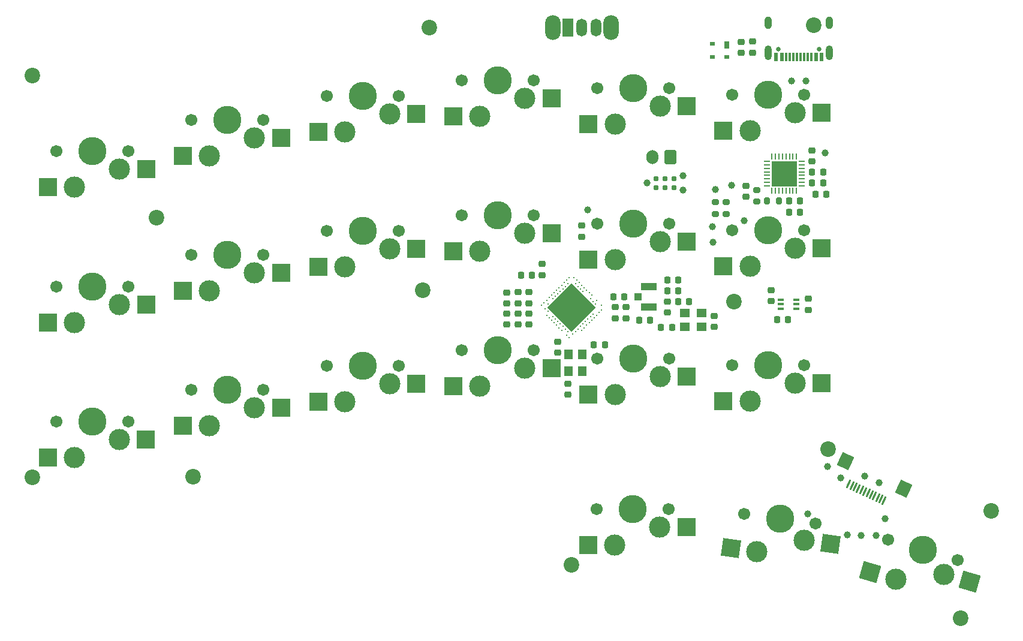
<source format=gbs>
%TF.GenerationSoftware,KiCad,Pcbnew,7.99.0-1450-gc37332bdb3*%
%TF.CreationDate,2023-08-19T12:21:20+01:00*%
%TF.ProjectId,benboard,62656e62-6f61-4726-942e-6b696361645f,rev?*%
%TF.SameCoordinates,Original*%
%TF.FileFunction,Soldermask,Bot*%
%TF.FilePolarity,Negative*%
%FSLAX46Y46*%
G04 Gerber Fmt 4.6, Leading zero omitted, Abs format (unit mm)*
G04 Created by KiCad (PCBNEW 7.99.0-1450-gc37332bdb3) date 2023-08-19 12:21:20*
%MOMM*%
%LPD*%
G01*
G04 APERTURE LIST*
G04 Aperture macros list*
%AMRoundRect*
0 Rectangle with rounded corners*
0 $1 Rounding radius*
0 $2 $3 $4 $5 $6 $7 $8 $9 X,Y pos of 4 corners*
0 Add a 4 corners polygon primitive as box body*
4,1,4,$2,$3,$4,$5,$6,$7,$8,$9,$2,$3,0*
0 Add four circle primitives for the rounded corners*
1,1,$1+$1,$2,$3*
1,1,$1+$1,$4,$5*
1,1,$1+$1,$6,$7*
1,1,$1+$1,$8,$9*
0 Add four rect primitives between the rounded corners*
20,1,$1+$1,$2,$3,$4,$5,0*
20,1,$1+$1,$4,$5,$6,$7,0*
20,1,$1+$1,$6,$7,$8,$9,0*
20,1,$1+$1,$8,$9,$2,$3,0*%
%AMRotRect*
0 Rectangle, with rotation*
0 The origin of the aperture is its center*
0 $1 length*
0 $2 width*
0 $3 Rotation angle, in degrees counterclockwise*
0 Add horizontal line*
21,1,$1,$2,0,0,$3*%
G04 Aperture macros list end*
%ADD10RoundRect,0.250000X0.600000X0.750000X-0.600000X0.750000X-0.600000X-0.750000X0.600000X-0.750000X0*%
%ADD11O,1.700000X2.000000*%
%ADD12C,2.200000*%
%ADD13O,2.200000X3.500000*%
%ADD14R,1.500000X2.500000*%
%ADD15O,1.500000X2.500000*%
%ADD16C,1.000000*%
%ADD17RoundRect,0.200000X0.275000X-0.200000X0.275000X0.200000X-0.275000X0.200000X-0.275000X-0.200000X0*%
%ADD18C,1.701800*%
%ADD19C,3.000000*%
%ADD20C,3.987800*%
%ADD21R,2.550000X2.500000*%
%ADD22RotRect,2.550000X2.500000X164.000000*%
%ADD23RotRect,2.550000X2.500000X172.000000*%
%ADD24RoundRect,0.225000X-0.250000X0.225000X-0.250000X-0.225000X0.250000X-0.225000X0.250000X0.225000X0*%
%ADD25C,0.990600*%
%ADD26C,0.787400*%
%ADD27RoundRect,0.225000X-0.225000X-0.250000X0.225000X-0.250000X0.225000X0.250000X-0.225000X0.250000X0*%
%ADD28RoundRect,0.225000X0.225000X0.250000X-0.225000X0.250000X-0.225000X-0.250000X0.225000X-0.250000X0*%
%ADD29RoundRect,0.225000X0.250000X-0.225000X0.250000X0.225000X-0.250000X0.225000X-0.250000X-0.225000X0*%
%ADD30RotRect,0.280000X1.250000X335.013000*%
%ADD31RotRect,1.800000X2.000000X335.013000*%
%ADD32RoundRect,0.218750X0.218750X0.256250X-0.218750X0.256250X-0.218750X-0.256250X0.218750X-0.256250X0*%
%ADD33R,0.900000X0.400000*%
%ADD34RoundRect,0.218750X-0.256250X0.218750X-0.256250X-0.218750X0.256250X-0.218750X0.256250X0.218750X0*%
%ADD35C,0.650000*%
%ADD36R,0.600000X1.240000*%
%ADD37R,0.300000X1.240000*%
%ADD38O,1.000000X1.800000*%
%ADD39O,1.000000X2.100000*%
%ADD40R,1.200000X1.400000*%
%ADD41R,0.700000X1.000000*%
%ADD42R,0.700000X0.600000*%
%ADD43R,1.400000X1.200000*%
%ADD44R,1.050000X1.000000*%
%ADD45R,2.200000X1.050000*%
%ADD46RoundRect,0.218750X-0.218750X-0.256250X0.218750X-0.256250X0.218750X0.256250X-0.218750X0.256250X0*%
%ADD47RoundRect,0.062500X0.337500X0.062500X-0.337500X0.062500X-0.337500X-0.062500X0.337500X-0.062500X0*%
%ADD48RoundRect,0.062500X0.062500X0.337500X-0.062500X0.337500X-0.062500X-0.337500X0.062500X-0.337500X0*%
%ADD49R,3.600000X3.600000*%
%ADD50RoundRect,0.200000X-0.275000X0.200000X-0.275000X-0.200000X0.275000X-0.200000X0.275000X0.200000X0*%
%ADD51C,0.250000*%
%ADD52RotRect,4.850000X4.850000X225.000000*%
%ADD53RoundRect,0.200000X0.200000X0.275000X-0.200000X0.275000X-0.200000X-0.275000X0.200000X-0.275000X0*%
G04 APERTURE END LIST*
D10*
%TO.C,J4*%
X154330000Y-63750000D03*
D11*
X151830000Y-63750000D03*
%TD*%
D12*
%TO.C,REF\u002A\u002A*%
X176630000Y-104990000D03*
%TD*%
%TO.C,REF\u002A\u002A*%
X119380000Y-82550000D03*
%TD*%
%TO.C,REF\u002A\u002A*%
X163290000Y-84130000D03*
%TD*%
%TO.C,REF\u002A\u002A*%
X81810000Y-72320000D03*
%TD*%
%TO.C,REF\u002A\u002A*%
X174600000Y-45100000D03*
%TD*%
%TO.C,REF\u002A\u002A*%
X120300000Y-45420000D03*
%TD*%
%TO.C,REF\u002A\u002A*%
X195360000Y-128810000D03*
%TD*%
%TO.C,REF\u002A\u002A*%
X199610000Y-113660000D03*
%TD*%
%TO.C,REF\u002A\u002A*%
X140410000Y-121320000D03*
%TD*%
%TO.C,REF\u002A\u002A*%
X64270000Y-108960000D03*
%TD*%
%TO.C,REF\u002A\u002A*%
X86960000Y-108860000D03*
%TD*%
%TO.C,REF\u002A\u002A*%
X64230000Y-52230000D03*
%TD*%
D13*
%TO.C,SW22*%
X137750000Y-45440000D03*
X145950000Y-45440000D03*
D14*
X139850000Y-45440000D03*
D15*
X141850000Y-45440000D03*
X143850000Y-45440000D03*
%TD*%
D16*
%TO.C,TP18*%
X184620000Y-114770000D03*
%TD*%
%TO.C,TP17*%
X171420000Y-52990000D03*
%TD*%
%TO.C,TP16*%
X173500000Y-52970000D03*
%TD*%
%TO.C,TP15*%
X164790000Y-72720000D03*
%TD*%
%TO.C,TP14*%
X162960000Y-67760000D03*
%TD*%
%TO.C,TP13*%
X176150000Y-63160000D03*
%TD*%
%TO.C,TP12*%
X160700000Y-68340000D03*
%TD*%
%TO.C,TP11*%
X142670000Y-71150000D03*
%TD*%
%TO.C,TP10*%
X160350000Y-75750000D03*
%TD*%
%TO.C,TP9*%
X160300000Y-73580000D03*
%TD*%
%TO.C,TP8*%
X183350000Y-117140000D03*
%TD*%
%TO.C,TP7*%
X173740000Y-114140000D03*
%TD*%
%TO.C,TP6*%
X181790000Y-108820000D03*
%TD*%
%TO.C,TP5*%
X178420000Y-109060000D03*
%TD*%
%TO.C,TP4*%
X181310000Y-117190000D03*
%TD*%
%TO.C,TP3*%
X176570000Y-107420000D03*
%TD*%
%TO.C,TP2*%
X179300000Y-117100000D03*
%TD*%
%TO.C,TP1*%
X183850000Y-109690000D03*
%TD*%
D17*
%TO.C,R4*%
X162230000Y-71775000D03*
X162230000Y-70125000D03*
%TD*%
%TO.C,R3*%
X160700000Y-71765000D03*
X160700000Y-70115000D03*
%TD*%
D18*
%TO.C,SW16*%
X173201483Y-54964220D03*
D19*
X171931483Y-57504220D03*
D20*
X168121483Y-54964220D03*
D19*
X165581483Y-60044220D03*
D18*
X163041483Y-54964220D03*
D21*
X161831483Y-60044220D03*
X175681483Y-57504220D03*
%TD*%
D18*
%TO.C,SW6*%
X96880000Y-96600000D03*
D19*
X95610000Y-99140000D03*
D20*
X91800000Y-96600000D03*
D19*
X89260000Y-101680000D03*
D18*
X86720000Y-96600000D03*
D21*
X85510000Y-101680000D03*
X99360000Y-99140000D03*
%TD*%
D18*
%TO.C,SW8*%
X115998494Y-74184805D03*
D19*
X114728494Y-76724805D03*
D20*
X110918494Y-74184805D03*
D19*
X108378494Y-79264805D03*
D18*
X105838494Y-74184805D03*
D21*
X104628494Y-79264805D03*
X118478494Y-76724805D03*
%TD*%
D18*
%TO.C,SW5*%
X96879895Y-77541207D03*
D19*
X95609895Y-80081207D03*
D20*
X91799895Y-77541207D03*
D19*
X89259895Y-82621207D03*
D18*
X86719895Y-77541207D03*
D21*
X85509895Y-82621207D03*
X99359895Y-80081207D03*
%TD*%
D18*
%TO.C,SW18*%
X173196830Y-93114347D03*
D19*
X171926830Y-95654347D03*
D20*
X168116830Y-93114347D03*
D19*
X165576830Y-98194347D03*
D18*
X163036830Y-93114347D03*
D21*
X161826830Y-98194347D03*
X175676830Y-95654347D03*
%TD*%
D18*
%TO.C,SW10*%
X135069237Y-52890911D03*
D19*
X133799237Y-55430911D03*
D20*
X129989237Y-52890911D03*
D19*
X127449237Y-57970911D03*
D18*
X124909237Y-52890911D03*
D21*
X123699237Y-57970911D03*
X137549237Y-55430911D03*
%TD*%
D18*
%TO.C,SW4*%
X96884653Y-58449873D03*
D19*
X95614653Y-60989873D03*
D20*
X91804653Y-58449873D03*
D19*
X89264653Y-63529873D03*
D18*
X86724653Y-58449873D03*
D21*
X85514653Y-63529873D03*
X99364653Y-60989873D03*
%TD*%
D18*
%TO.C,SW14*%
X154137663Y-73100569D03*
D19*
X152867663Y-75640569D03*
D20*
X149057663Y-73100569D03*
D19*
X146517663Y-78180569D03*
D18*
X143977663Y-73100569D03*
D21*
X142767663Y-78180569D03*
X156617663Y-75640569D03*
%TD*%
D18*
%TO.C,SW9*%
X115998599Y-93243598D03*
D19*
X114728599Y-95783598D03*
D20*
X110918599Y-93243598D03*
D19*
X108378599Y-98323598D03*
D18*
X105838599Y-93243598D03*
D21*
X104628599Y-98323598D03*
X118478599Y-95783598D03*
%TD*%
D18*
%TO.C,SW7*%
X116003252Y-55093471D03*
D19*
X114733252Y-57633471D03*
D20*
X110923252Y-55093471D03*
D19*
X108383252Y-60173471D03*
D18*
X105843252Y-55093471D03*
D21*
X104633252Y-60173471D03*
X118483252Y-57633471D03*
%TD*%
D18*
%TO.C,SW11*%
X135070000Y-71982245D03*
D19*
X133800000Y-74522245D03*
D20*
X129990000Y-71982245D03*
D19*
X127450000Y-77062245D03*
D18*
X124910000Y-71982245D03*
D21*
X123700000Y-77062245D03*
X137550000Y-74522245D03*
%TD*%
D18*
%TO.C,SW19*%
X154115000Y-113400000D03*
D19*
X152845000Y-115940000D03*
D20*
X149035000Y-113400000D03*
D19*
X146495000Y-118480000D03*
D18*
X143955000Y-113400000D03*
D21*
X142745000Y-118480000D03*
X156595000Y-115940000D03*
%TD*%
D18*
%TO.C,SW2*%
X77845000Y-82000000D03*
D19*
X76575000Y-84540000D03*
D20*
X72765000Y-82000000D03*
D19*
X70225000Y-87080000D03*
D18*
X67685000Y-82000000D03*
D21*
X66475000Y-87080000D03*
X80325000Y-84540000D03*
%TD*%
D18*
%TO.C,SW15*%
X154137731Y-92151836D03*
D19*
X152867731Y-94691836D03*
D20*
X149057731Y-92151836D03*
D19*
X146517731Y-97231836D03*
D18*
X143977731Y-92151836D03*
D21*
X142767731Y-97231836D03*
X156617731Y-94691836D03*
%TD*%
D18*
%TO.C,SW21*%
X194883208Y-120600237D03*
D19*
X192962287Y-122691782D03*
D20*
X189999999Y-119199999D03*
D19*
X186158157Y-123383090D03*
D18*
X185116790Y-117799761D03*
D22*
X182553425Y-122349449D03*
X196567019Y-123725422D03*
%TD*%
D18*
%TO.C,SW1*%
X77835000Y-62860000D03*
D19*
X76565000Y-65400000D03*
D20*
X72755000Y-62860000D03*
D19*
X70215000Y-67940000D03*
D18*
X67675000Y-62860000D03*
D21*
X66465000Y-67940000D03*
X80315000Y-65400000D03*
%TD*%
D18*
%TO.C,SW20*%
X174830562Y-115506999D03*
D19*
X173219422Y-117845530D03*
D20*
X169800000Y-114800000D03*
D19*
X166577720Y-119477062D03*
D18*
X164769438Y-114093001D03*
D23*
X162864214Y-118955163D03*
X176932927Y-118367430D03*
%TD*%
D18*
%TO.C,SW3*%
X77800000Y-101060000D03*
D19*
X76530000Y-103600000D03*
D20*
X72720000Y-101060000D03*
D19*
X70180000Y-106140000D03*
D18*
X67640000Y-101060000D03*
D21*
X66430000Y-106140000D03*
X80280000Y-103600000D03*
%TD*%
D18*
%TO.C,SW12*%
X135064584Y-91041038D03*
D19*
X133794584Y-93581038D03*
D20*
X129984584Y-91041038D03*
D19*
X127444584Y-96121038D03*
D18*
X124904584Y-91041038D03*
D21*
X123694584Y-96121038D03*
X137544584Y-93581038D03*
%TD*%
D18*
%TO.C,SW13*%
X154142421Y-54009235D03*
D19*
X152872421Y-56549235D03*
D20*
X149062421Y-54009235D03*
D19*
X146522421Y-59089235D03*
D18*
X143982421Y-54009235D03*
D21*
X142772421Y-59089235D03*
X156622421Y-56549235D03*
%TD*%
D18*
%TO.C,SW17*%
X173196725Y-74055554D03*
D19*
X171926725Y-76595554D03*
D20*
X168116725Y-74055554D03*
D19*
X165576725Y-79135554D03*
D18*
X163036725Y-74055554D03*
D21*
X161826725Y-79135554D03*
X175676725Y-76595554D03*
%TD*%
D24*
%TO.C,C21*%
X146530000Y-84935000D03*
X146530000Y-86485000D03*
%TD*%
D25*
%TO.C,J3*%
X151030000Y-67400000D03*
X156110000Y-66384000D03*
X156110000Y-68416000D03*
D26*
X152300000Y-66765000D03*
X152300000Y-68035000D03*
X153570000Y-66765000D03*
X153570000Y-68035000D03*
X154840000Y-66765000D03*
X154840000Y-68035000D03*
%TD*%
D27*
%TO.C,C26*%
X171095000Y-69960000D03*
X172645000Y-69960000D03*
%TD*%
D28*
%TO.C,C19*%
X170975000Y-86700000D03*
X169425000Y-86700000D03*
%TD*%
D29*
%TO.C,C10*%
X132800000Y-84375000D03*
X132800000Y-82825000D03*
%TD*%
D24*
%TO.C,C1*%
X136270000Y-78835000D03*
X136270000Y-80385000D03*
%TD*%
D30*
%TO.C,J2*%
X179526513Y-109905616D03*
X179979715Y-110116822D03*
X180432917Y-110328029D03*
X180886119Y-110539235D03*
X181339320Y-110750441D03*
X181792522Y-110961647D03*
X182245724Y-111172854D03*
X182698926Y-111384060D03*
X183152128Y-111595266D03*
X183605329Y-111806473D03*
X184058531Y-112017679D03*
X184511733Y-112228885D03*
D31*
X187293912Y-110520184D03*
X179045638Y-106676230D03*
%TD*%
D32*
%TO.C,L7*%
X175907500Y-67370000D03*
X174332500Y-67370000D03*
%TD*%
D27*
%TO.C,C2*%
X171085000Y-71510000D03*
X172635000Y-71510000D03*
%TD*%
D29*
%TO.C,C20*%
X174370000Y-64335000D03*
X174370000Y-62785000D03*
%TD*%
D27*
%TO.C,C7*%
X149925000Y-86800000D03*
X151475000Y-86800000D03*
%TD*%
D32*
%TO.C,L6*%
X175907500Y-65840000D03*
X174332500Y-65840000D03*
%TD*%
D27*
%TO.C,C16*%
X153015000Y-87800000D03*
X154565000Y-87800000D03*
%TD*%
D33*
%TO.C,U2*%
X172160000Y-83850000D03*
X172160000Y-84500000D03*
X172160000Y-85150000D03*
X169960000Y-85150000D03*
X169960000Y-84500000D03*
X169960000Y-83850000D03*
%TD*%
D29*
%TO.C,C22*%
X139886827Y-97301166D03*
X139886827Y-95751166D03*
%TD*%
D34*
%TO.C,L5*%
X168590000Y-82502500D03*
X168590000Y-84077500D03*
%TD*%
D24*
%TO.C,C14*%
X148040000Y-84935000D03*
X148040000Y-86485000D03*
%TD*%
D28*
%TO.C,C5*%
X134785000Y-80420000D03*
X133235000Y-80420000D03*
%TD*%
D24*
%TO.C,C24*%
X164380000Y-47455000D03*
X164380000Y-49005000D03*
%TD*%
D28*
%TO.C,C25*%
X176395000Y-68950000D03*
X174845000Y-68950000D03*
%TD*%
D24*
%TO.C,C11*%
X134400000Y-85825000D03*
X134400000Y-87375000D03*
%TD*%
%TO.C,C27*%
X165030000Y-67795000D03*
X165030000Y-69345000D03*
%TD*%
%TO.C,C12*%
X131200000Y-85850000D03*
X131200000Y-87400000D03*
%TD*%
D35*
%TO.C,J1*%
X169590000Y-48470000D03*
X175370000Y-48470000D03*
D36*
X169280000Y-49590000D03*
X170080000Y-49590000D03*
D37*
X171230000Y-49590000D03*
X172230000Y-49590000D03*
X172730000Y-49590000D03*
X173730000Y-49590000D03*
D36*
X174880000Y-49590000D03*
X175680000Y-49590000D03*
X175680000Y-49590000D03*
X174880000Y-49590000D03*
D37*
X174230000Y-49590000D03*
X173230000Y-49590000D03*
X171730000Y-49590000D03*
X170730000Y-49590000D03*
D36*
X170080000Y-49590000D03*
X169280000Y-49590000D03*
D38*
X168160000Y-44790000D03*
D39*
X168160000Y-48990000D03*
D38*
X176800000Y-44790000D03*
D39*
X176800000Y-48990000D03*
%TD*%
D40*
%TO.C,Y2*%
X139989279Y-93969402D03*
X139989279Y-91569402D03*
X141889279Y-91569402D03*
X141889279Y-93969402D03*
%TD*%
D41*
%TO.C,D4*%
X162300000Y-47910000D03*
D42*
X162300000Y-49610000D03*
X160300000Y-49610000D03*
X160300000Y-47710000D03*
%TD*%
D43*
%TO.C,Y1*%
X156370000Y-85780000D03*
X158770000Y-85780000D03*
X158770000Y-87680000D03*
X156370000Y-87680000D03*
%TD*%
D44*
%TO.C,J5*%
X149780000Y-83470000D03*
D45*
X151305000Y-81995000D03*
X151305000Y-84945000D03*
%TD*%
D29*
%TO.C,C8*%
X141800000Y-74975000D03*
X141800000Y-73425000D03*
%TD*%
D46*
%TO.C,L2*%
X153882500Y-82610000D03*
X155457500Y-82610000D03*
%TD*%
D32*
%TO.C,L4*%
X147847500Y-83440000D03*
X146272500Y-83440000D03*
%TD*%
D24*
%TO.C,C3*%
X153950000Y-84115000D03*
X153950000Y-85665000D03*
%TD*%
%TO.C,C13*%
X132800000Y-85850000D03*
X132800000Y-87400000D03*
%TD*%
%TO.C,C6*%
X138400000Y-89825000D03*
X138400000Y-91375000D03*
%TD*%
D27*
%TO.C,C4*%
X155435000Y-84140000D03*
X156985000Y-84140000D03*
%TD*%
D34*
%TO.C,L3*%
X134400000Y-82812500D03*
X134400000Y-84387500D03*
%TD*%
D24*
%TO.C,C15*%
X165950000Y-47425000D03*
X165950000Y-48975000D03*
%TD*%
D47*
%TO.C,U3*%
X172860000Y-64320000D03*
X172860000Y-64820000D03*
X172860000Y-65320000D03*
X172860000Y-65820000D03*
X172860000Y-66320000D03*
X172860000Y-66820000D03*
X172860000Y-67320000D03*
X172860000Y-67820000D03*
D48*
X172160000Y-68520000D03*
X171660000Y-68520000D03*
X171160000Y-68520000D03*
X170660000Y-68520000D03*
X170160000Y-68520000D03*
X169660000Y-68520000D03*
X169160000Y-68520000D03*
X168660000Y-68520000D03*
D47*
X167960000Y-67820000D03*
X167960000Y-67320000D03*
X167960000Y-66820000D03*
X167960000Y-66320000D03*
X167960000Y-65820000D03*
X167960000Y-65320000D03*
X167960000Y-64820000D03*
X167960000Y-64320000D03*
D48*
X168660000Y-63620000D03*
X169160000Y-63620000D03*
X169660000Y-63620000D03*
X170160000Y-63620000D03*
X170660000Y-63620000D03*
X171160000Y-63620000D03*
X171660000Y-63620000D03*
X172160000Y-63620000D03*
D49*
X170410000Y-66070000D03*
%TD*%
D32*
%TO.C,L1*%
X155467500Y-81100000D03*
X153892500Y-81100000D03*
%TD*%
D24*
%TO.C,C17*%
X160552588Y-86171191D03*
X160552588Y-87721191D03*
%TD*%
D50*
%TO.C,R1*%
X166520000Y-68365000D03*
X166520000Y-70015000D03*
%TD*%
D51*
%TO.C,U1*%
X141814214Y-88181981D03*
X142167767Y-87828427D03*
X142521320Y-87474874D03*
X142874874Y-87121320D03*
X143228427Y-86767767D03*
X143581981Y-86414214D03*
X143935534Y-86060660D03*
X144289087Y-85707107D03*
X144642641Y-85353553D03*
X141107107Y-81110913D03*
X136687689Y-85176777D03*
X137041243Y-84469670D03*
X137748350Y-83762563D03*
X138101903Y-83409010D03*
X138455456Y-83055456D03*
X138809010Y-82701903D03*
X139162563Y-82348350D03*
X139516117Y-81994796D03*
X139869670Y-81641243D03*
X140753553Y-80757359D03*
X136157359Y-84646447D03*
X136510913Y-84292893D03*
X136864466Y-83939340D03*
X137218019Y-83585786D03*
X137571573Y-83232233D03*
X137925126Y-82878680D03*
X138278680Y-82525126D03*
X138632233Y-82171573D03*
X138985786Y-81818019D03*
X139339340Y-81464466D03*
X139692893Y-81110913D03*
X140046447Y-80757359D03*
X140046447Y-89242641D03*
X140576777Y-88712311D03*
X140930330Y-88358757D03*
X141283883Y-88005204D03*
X141637437Y-87651650D03*
X141990990Y-87298097D03*
X142344544Y-86944544D03*
X142698097Y-86590990D03*
X143051650Y-86237437D03*
X143405204Y-85883883D03*
X144642641Y-84646447D03*
X139692893Y-88889087D03*
X139869670Y-88358757D03*
X143758757Y-84469670D03*
X143935534Y-83939340D03*
D52*
X140400000Y-85000000D03*
D51*
X139516117Y-88005204D03*
X143405204Y-84116117D03*
X138985786Y-88181981D03*
X139162563Y-87651650D03*
X143051650Y-83762563D03*
X138632233Y-87828427D03*
X143228427Y-83232233D03*
X138809010Y-87298097D03*
X138278680Y-87474874D03*
X142874874Y-82878680D03*
X138455456Y-86944544D03*
X137925126Y-87121320D03*
X142521320Y-82525126D03*
X138101903Y-86590990D03*
X141990990Y-82701903D03*
X137571573Y-86767767D03*
X142167767Y-82171573D03*
X137748350Y-86237437D03*
X141637437Y-82348350D03*
X137218019Y-86414214D03*
X141814214Y-81818019D03*
X141283883Y-81994796D03*
X136864466Y-86060660D03*
X141460660Y-81464466D03*
X137041243Y-85530330D03*
X140930330Y-81641243D03*
%TD*%
D29*
%TO.C,C9*%
X131200000Y-84400000D03*
X131200000Y-82850000D03*
%TD*%
D28*
%TO.C,C23*%
X145077408Y-90200000D03*
X143527408Y-90200000D03*
%TD*%
D53*
%TO.C,R2*%
X169665000Y-69960000D03*
X168015000Y-69960000D03*
%TD*%
D24*
%TO.C,C18*%
X173840000Y-83745000D03*
X173840000Y-85295000D03*
%TD*%
M02*

</source>
